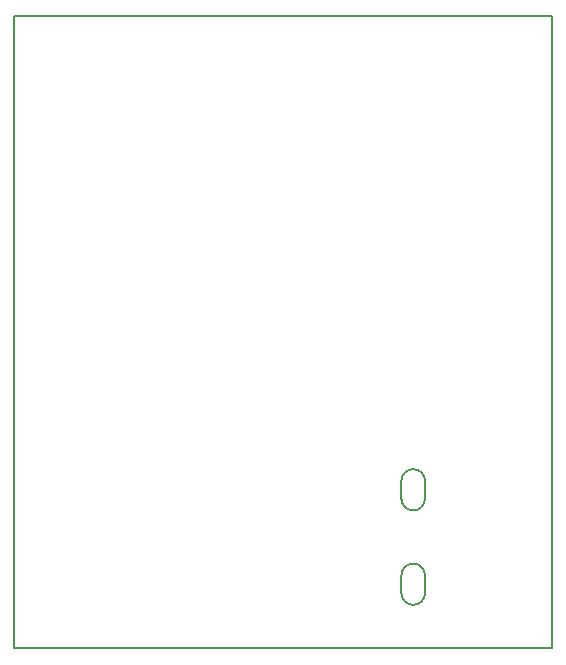
<source format=gbr>
G04 #@! TF.FileFunction,Profile,NP*
%FSLAX46Y46*%
G04 Gerber Fmt 4.6, Leading zero omitted, Abs format (unit mm)*
G04 Created by KiCad (PCBNEW 4.0.1-stable) date 2018/09/14 14:22:52*
%MOMM*%
G01*
G04 APERTURE LIST*
%ADD10C,0.100000*%
%ADD11C,0.150000*%
G04 APERTURE END LIST*
D10*
D11*
X154270000Y-121330000D02*
X154270000Y-119830000D01*
X152270000Y-119830000D02*
X152270000Y-121330000D01*
X153270000Y-118830000D02*
G75*
G03X152270000Y-119830000I0J-1000000D01*
G01*
X154270000Y-119830000D02*
G75*
G03X153270000Y-118830000I-1000000J0D01*
G01*
X152270000Y-121330000D02*
G75*
G03X153270000Y-122330000I1000000J0D01*
G01*
X153270000Y-122330000D02*
G75*
G03X154270000Y-121330000I0J1000000D01*
G01*
X154270000Y-113330000D02*
X154270000Y-111830000D01*
X152270000Y-111830000D02*
X152270000Y-113330000D01*
X153270000Y-110830000D02*
G75*
G03X152270000Y-111830000I0J-1000000D01*
G01*
X154270000Y-111830000D02*
G75*
G03X153270000Y-110830000I-1000000J0D01*
G01*
X152270000Y-113330000D02*
G75*
G03X153270000Y-114330000I1000000J0D01*
G01*
X153270000Y-114330000D02*
G75*
G03X154270000Y-113330000I0J1000000D01*
G01*
X165000000Y-126000000D02*
X119500000Y-126000000D01*
X165000000Y-72500000D02*
X165000000Y-126000000D01*
X119500000Y-126000000D02*
X119500000Y-72500000D01*
X165000000Y-72500000D02*
X119500000Y-72500000D01*
M02*

</source>
